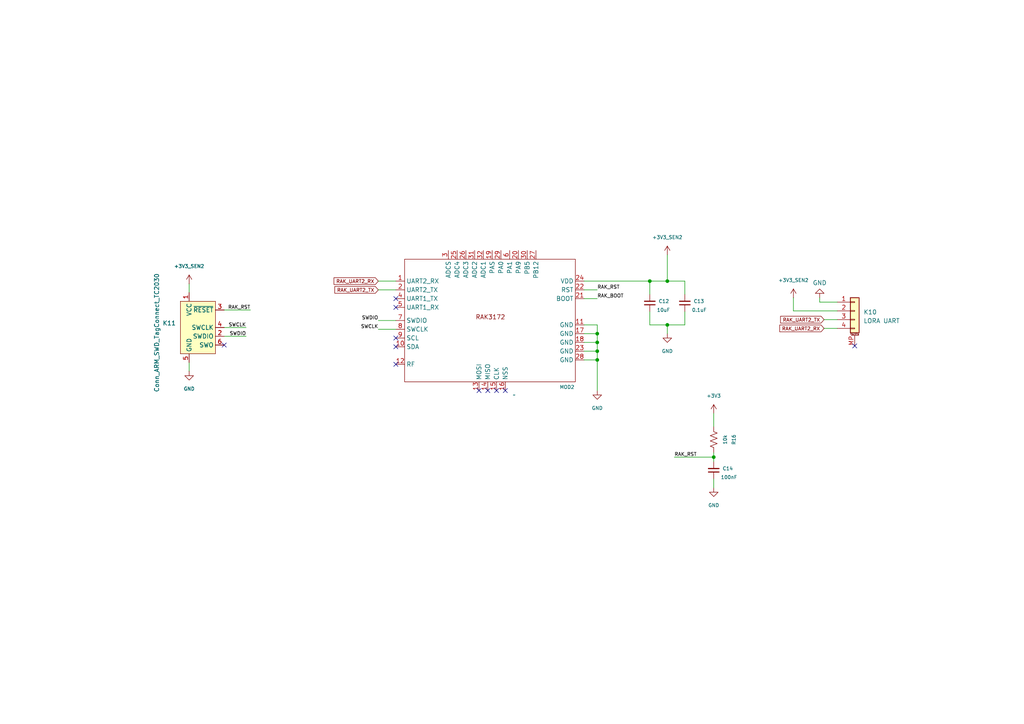
<source format=kicad_sch>
(kicad_sch (version 20250114) (generator "eeschema") (generator_version "9.0")
  (paper "A4")
  (title_block (title "LoRaWAN Sensor Node V2.0") (rev "0.1") (company "Elektor"))
  (lib_symbols
    (symbol "Connector:Conn_ARM_SWD_TagConnect_TC2030" (in_bom no)
      (property "Reference" "J" (at 2.54 11.43 0))
      (property "Value" "Conn_ARM_SWD_TagConnect_TC2030" (at 5.08 8.89 0))
      (symbol "Conn_ARM_SWD_TagConnect_TC2030_0_0"
        (pin power_in line (at -2.54 10.16 270) (length 2.54) (name "VCC") (number "1"))
        (pin power_in line (at -2.54 -10.16 90) (length 2.54) (name "GND") (number "5"))
        (pin open_collector line (at 7.62 5.08 180) (length 2.54) (name "~{RESET}") (number "3"))
        (pin output line (at 7.62 0 180) (length 2.54) (name "SWCLK") (number "4"))
        (pin bidirectional line (at 7.62 -2.54 180) (length 2.54) (name "SWDIO") (number "2"))
        (pin input line (at 7.62 -5.08 180) (length 2.54) (name "SWO") (number "6"))
      )
      (symbol "Conn_ARM_SWD_TagConnect_TC2030_0_1"
        (rectangle (start -5.08 7.62) (end 5.08 -7.62) (fill (type background)))
      )
    )
    (symbol "Connector_Generic_MountingPin:Conn_01x04_MountingPin" (pin_names (offset 1.016) (hide yes))
      (property "Reference" "J" (at 0 5.08 0))
      (property "Value" "Conn_01x04_MountingPin" (at 1.27 -7.62 0))
      (symbol "Conn_01x04_MountingPin_1_1"
        (rectangle (start -1.27 3.81) (end 1.27 -6.35) (stroke (width 0.254)) (fill (type background)))
        (rectangle (start -1.27 2.667) (end 0 2.413) (stroke (width 0.1524)))
        (rectangle (start -1.27 0.127) (end 0 -0.127) (stroke (width 0.1524)))
        (rectangle (start -1.27 -2.413) (end 0 -2.667) (stroke (width 0.1524)))
        (rectangle (start -1.27 -4.953) (end 0 -5.207) (stroke (width 0.1524)))
        (polyline (pts (xy -1.016 -7.112) (xy 1.016 -7.112)) (stroke (width 0.1524)))
        (text "Mounting" (at 0 -6.731 0) (effects (font (size 0.381 0.381))))
        (pin passive line (at -5.08 2.54 0) (length 3.81) (name "Pin_1") (number "1"))
        (pin passive line (at -5.08 0 0) (length 3.81) (name "Pin_2") (number "2"))
        (pin passive line (at -5.08 -2.54 0) (length 3.81) (name "Pin_3") (number "3"))
        (pin passive line (at -5.08 -5.08 0) (length 3.81) (name "Pin_4") (number "4"))
        (pin passive line (at 0 -10.16 90) (length 3.048) (name "MountPin") (number "MP"))
      )
    )
    (symbol "Device:C_Small" (pin_numbers (hide yes)) (pin_names (offset 0.254) (hide yes))
      (property "Reference" "C" (at 0.254 1.778 0))
      (property "Value" "C_Small" (at 0.254 -2.032 0))
      (symbol "C_Small_0_1"
        (polyline (pts (xy -1.524 0.508) (xy 1.524 0.508)) (stroke (width 0.3048)))
        (polyline (pts (xy -1.524 -0.508) (xy 1.524 -0.508)) (stroke (width 0.3302)))
      )
      (symbol "C_Small_1_1"
        (pin passive line (at 0 2.54 270) (length 2.032) (name "~") (number "1"))
        (pin passive line (at 0 -2.54 90) (length 2.032) (name "~") (number "2"))
      )
    )
    (symbol "Device:R_US" (pin_numbers (hide yes)) (pin_names (offset 0))
      (property "Reference" "R" (at 2.54 0 90))
      (property "Value" "R_US" (at -2.54 0 90))
      (symbol "R_US_0_1"
        (polyline (pts (xy 0 2.286) (xy 0 2.54)))
        (polyline (pts (xy 0 2.286) (xy 1.016 1.905) (xy 0 1.524) (xy -1.016 1.143) (xy 0 0.762)))
        (polyline (pts (xy 0 0.762) (xy 1.016 0.381) (xy 0 0) (xy -1.016 -0.381) (xy 0 -0.762)))
        (polyline (pts (xy 0 -0.762) (xy 1.016 -1.143) (xy 0 -1.524) (xy -1.016 -1.905) (xy 0 -2.286)))
        (polyline (pts (xy 0 -2.286) (xy 0 -2.54)))
      )
      (symbol "R_US_1_1"
        (pin passive line (at 0 3.81 270) (length 1.27) (name "~") (number "1"))
        (pin passive line (at 0 -3.81 90) (length 1.27) (name "~") (number "2"))
      )
    )
    (symbol "New_Library:RAK3172"
      (property "Reference" "MOD2" (at 37.338 -18.034 0))
      (property "Value" "~" (at 23.7333 -20.32 0))
      (symbol "RAK3172_0_1"
        (rectangle (start -7.62 19.05) (end 41.91 -16.51))
      )
      (symbol "RAK3172_1_1"
        (text "RAK3172" (at 17.272 2.286 0) (effects (font (size 1.27 1.27))))
        (pin input line (at -10.16 12.7 0) (length 2.54) (name "UART2_RX") (number "1"))
        (pin input line (at -10.16 10.16 0) (length 2.54) (name "UART2_TX") (number "2"))
        (pin input line (at -10.16 7.62 0) (length 2.54) (name "UART1_TX") (number "4"))
        (pin input line (at -10.16 5.08 0) (length 2.54) (name "UART1_RX") (number "5"))
        (pin input line (at -10.16 1.27 0) (length 2.54) (name "SWDIO") (number "7"))
        (pin input line (at -10.16 -1.27 0) (length 2.54) (name "SWCLK") (number "8"))
        (pin input line (at -10.16 -3.81 0) (length 2.54) (name "SCL") (number "9"))
        (pin input line (at -10.16 -6.35 0) (length 2.54) (name "SDA") (number "10"))
        (pin output line (at -10.16 -11.43 0) (length 2.54) (name "RF") (number "12"))
        (pin input line (at 5.08 21.59 270) (length 2.54) (name "ADCS") (number "3"))
        (pin input line (at 7.62 21.59 270) (length 2.54) (name "ADC4") (number "25"))
        (pin input line (at 10.16 21.59 270) (length 2.54) (name "ADC3") (number "26"))
        (pin input line (at 12.7 21.59 270) (length 2.54) (name "ADC2") (number "31"))
        (pin input line (at 13.97 -19.05 90) (length 2.54) (name "MOSI") (number "13"))
        (pin input line (at 15.24 21.59 270) (length 2.54) (name "ADC1") (number "32"))
        (pin input line (at 16.51 -19.05 90) (length 2.54) (name "MISO") (number "14"))
        (pin input line (at 17.78 21.59 270) (length 2.54) (name "PAS") (number "19"))
        (pin input line (at 19.05 -19.05 90) (length 2.54) (name "CLK") (number "15"))
        (pin input line (at 20.32 21.59 270) (length 2.54) (name "PA0") (number "29"))
        (pin input line (at 21.59 -19.05 90) (length 2.54) (name "NSS") (number "16"))
        (pin input line (at 22.86 21.59 270) (length 2.54) (name "PA1") (number "6"))
        (pin input line (at 25.4 21.59 270) (length 2.54) (name "PA9") (number "20"))
        (pin input line (at 27.94 21.59 270) (length 2.54) (name "PB5") (number "30"))
        (pin input line (at 30.48 21.59 270) (length 2.54) (name "PB12") (number "27"))
        (pin power_in line (at 44.45 12.7 180) (length 2.54) (name "VDD") (number "24"))
        (pin input line (at 44.45 10.16 180) (length 2.54) (name "RST") (number "22"))
        (pin input line (at 44.45 7.62 180) (length 2.54) (name "BOOT") (number "21"))
        (pin input line (at 44.45 0 180) (length 2.54) (name "GND") (number "11"))
        (pin input line (at 44.45 -2.54 180) (length 2.54) (name "GND") (number "17"))
        (pin input line (at 44.45 -5.08 180) (length 2.54) (name "GND") (number "18"))
        (pin input line (at 44.45 -7.62 180) (length 2.54) (name "GND") (number "23"))
        (pin input line (at 44.45 -10.16 180) (length 2.54) (name "GND") (number "28"))
      )
    )
    (symbol "power:+3V3" (power) (pin_numbers (hide yes)) (pin_names (offset 0) (hide yes))
      (property "Value" "+3V3" (at 0 3.556 0))
      (symbol "+3V3_0_1"
        (polyline (pts (xy -0.762 1.27) (xy 0 2.54)))
        (polyline (pts (xy 0 2.54) (xy 0.762 1.27)))
        (polyline (pts (xy 0 0) (xy 0 2.54)))
      )
      (symbol "+3V3_1_1"
        (pin power_in line (at 0 0 90) (length 0) (name "~") (number "1"))
      )
    )
    (symbol "power:GND" (power) (pin_numbers (hide yes)) (pin_names (offset 0) (hide yes))
      (property "Value" "GND" (at 0 -3.81 0))
      (symbol "GND_0_1"
        (polyline (pts (xy 0 0) (xy 0 -1.27) (xy 1.27 -1.27) (xy 0 -2.54) (xy -1.27 -1.27) (xy 0 -1.27)))
      )
      (symbol "GND_1_1"
        (pin power_in line (at 0 0 270) (length 0) (name "~") (number "1"))
      )
    )
  )
  (junction (at 173.228 96.774))
  (junction (at 173.228 104.394))
  (junction (at 207.01 132.588))
  (junction (at 193.548 81.534))
  (junction (at 193.548 94.234))
  (junction (at 173.228 101.854))
  (junction (at 173.228 99.314))
  (junction (at 188.468 81.534))
  (no_connect (at 138.938 113.284))
  (no_connect (at 114.808 100.584))
  (no_connect (at 141.478 113.284))
  (no_connect (at 114.808 89.154))
  (no_connect (at 144.018 113.284))
  (no_connect (at 114.808 98.044))
  (no_connect (at 146.558 113.284))
  (no_connect (at 114.808 86.614))
  (no_connect (at 114.808 105.664))
  (no_connect (at 65.024 100.076))
  (no_connect (at 247.904 100.33))
  (wire (pts (xy 230.124 90.17) (xy 242.824 90.17)))
  (wire (pts (xy 109.728 95.504) (xy 114.808 95.504)))
  (wire (pts (xy 198.628 94.234) (xy 198.628 90.424)))
  (wire (pts (xy 169.418 96.774) (xy 173.228 96.774)))
  (wire (pts (xy 188.468 94.234) (xy 193.548 94.234)))
  (wire (pts (xy 207.01 138.938) (xy 207.01 141.478)))
  (wire (pts (xy 169.418 94.234) (xy 173.228 94.234)))
  (wire (pts (xy 207.01 132.588) (xy 207.01 133.858)))
  (wire (pts (xy 71.374 97.536) (xy 65.024 97.536)))
  (wire (pts (xy 54.864 105.156) (xy 54.864 107.696)))
  (wire (pts (xy 188.468 81.534) (xy 188.468 85.344)))
  (wire (pts (xy 237.744 87.63) (xy 242.824 87.63)))
  (wire (pts (xy 239.014 92.71) (xy 242.824 92.71)))
  (wire (pts (xy 54.864 82.296) (xy 54.864 84.836)))
  (wire (pts (xy 188.468 90.424) (xy 188.468 94.234)))
  (wire (pts (xy 173.228 101.854) (xy 173.228 104.394)))
  (wire (pts (xy 193.548 94.234) (xy 198.628 94.234)))
  (wire (pts (xy 169.418 101.854) (xy 173.228 101.854)))
  (wire (pts (xy 239.014 95.25) (xy 242.824 95.25)))
  (wire (pts (xy 65.024 89.916) (xy 72.644 89.916)))
  (wire (pts (xy 230.124 86.36) (xy 230.124 90.17)))
  (wire (pts (xy 173.228 99.314) (xy 173.228 101.854)))
  (wire (pts (xy 173.228 96.774) (xy 173.228 99.314)))
  (wire (pts (xy 169.418 99.314) (xy 173.228 99.314)))
  (wire (pts (xy 109.728 92.964) (xy 114.808 92.964)))
  (wire (pts (xy 65.024 94.996) (xy 71.374 94.996)))
  (wire (pts (xy 173.228 104.394) (xy 173.228 113.284)))
  (wire (pts (xy 169.418 86.614) (xy 173.228 86.614)))
  (wire (pts (xy 195.58 132.588) (xy 207.01 132.588)))
  (wire (pts (xy 207.01 131.318) (xy 207.01 132.588)))
  (wire (pts (xy 193.548 81.534) (xy 198.628 81.534)))
  (wire (pts (xy 188.468 81.534) (xy 193.548 81.534)))
  (wire (pts (xy 193.548 94.234) (xy 193.548 96.774)))
  (wire (pts (xy 193.548 81.534) (xy 193.548 73.914)))
  (wire (pts (xy 207.01 119.888) (xy 207.01 123.698)))
  (wire (pts (xy 109.728 81.534) (xy 114.808 81.534)))
  (wire (pts (xy 109.728 84.074) (xy 114.808 84.074)))
  (wire (pts (xy 169.418 84.074) (xy 173.228 84.074)))
  (wire (pts (xy 169.418 104.394) (xy 173.228 104.394)))
  (wire (pts (xy 173.228 94.234) (xy 173.228 96.774)))
  (wire (pts (xy 237.744 86.36) (xy 237.744 87.63)))
  (wire (pts (xy 169.418 81.534) (xy 188.468 81.534)))
  (wire (pts (xy 198.628 81.534) (xy 198.628 85.344)))
  (label "SWCLK" (at 71.374 94.996 180) (effects (font (size 1 1))))
  (label "SWDIO" (at 71.374 97.536 180) (effects (font (size 1 1))))
  (label "RAK_RST" (at 195.58 132.588 0) (effects (font (size 1 1))))
  (label "RAK_RST" (at 72.644 89.916 180) (effects (font (size 1 1))))
  (label "RAK_BOOT" (at 173.228 86.614 0) (effects (font (size 1 1))))
  (label "RAK_RST" (at 173.228 84.074 0) (effects (font (size 1 1))))
  (label "SWCLK" (at 109.728 95.504 180) (effects (font (size 1 1))))
  (label "SWDIO" (at 109.728 92.964 180) (effects (font (size 1 1))))
  (global_label "RAK_UART2_TX" (shape input) (at 109.728 84.074 180) (effects (font (size 1 1))) (property "Intersheetrefs" "${INTERSHEET_REFS}" (at 96.6635 84.074 0) (effects (font (size 1 1)) (justify right))))
  (global_label "RAK_UART2_TX" (shape input) (at 239.014 92.71 180) (effects (font (size 1 1))) (property "Intersheetrefs" "${INTERSHEET_REFS}" (at 225.7114 92.71 0) (effects (font (size 1 1)) (justify right))))
  (global_label "RAK_UART2_RX" (shape input) (at 109.728 81.534 180) (effects (font (size 1 1))) (property "Intersheetrefs" "${INTERSHEET_REFS}" (at 96.4254 81.534 0) (effects (font (size 1 1)) (justify right))))
  (global_label "RAK_UART2_RX" (shape input) (at 239.014 95.25 180) (effects (font (size 1 1))) (property "Intersheetrefs" "${INTERSHEET_REFS}" (at 225.9495 95.25 0) (effects (font (size 1 1)) (justify right))))
  (symbol (lib_id "Device:R_US") (at 207.01 127.508 180) (unit 1)
    (property "Reference" "R16" (at 212.852 127.508 90) (effects (font (size 1 1))))
    (property "Value" "10k" (at 210.312 127.508 90) (effects (font (size 1 1))))
    (property "Footprint" "Resistor_SMD:R_0603_1608Metric" (effects (hide yes)))
    (property "Manufacturer_Part_Number" "RCS060310K0FKEA" (effects (hide yes)))
    (property "Mouser Part Number" "71-RCS060310K0FKEA" (effects (hide yes)))
  )
  (symbol (lib_id "power:GND") (at 237.744 86.36 180) (unit 1)
    (property "Reference" "#PWR063" (effects (hide yes)))
    (property "Value" "GND" (at 237.744 82.042 0))
  )
  (symbol (lib_id "Connector_Generic_MountingPin:Conn_01x04_MountingPin") (at 247.904 90.17 0) (unit 1)
    (property "Reference" "K10" (at 250.444 90.5255 0) (effects (justify left)))
    (property "Value" "LORA UART" (at 250.444 93.0655 0) (effects (justify left)))
    (property "Footprint" "Connector_JST:JST_PH_S4B-PH-SM4-TB_1x04-1MP_P2.00mm_Horizontal" (effects (hide yes)))
    (property "Description" "Generic connectable mounting pin connector, single row, 01x04, script generated (kicad-library-utils/schlib/autogen/connector/)" (effects (hide yes)))
    (property "Manufacturer_Part_Number" "Connector_JST:JST_PH_S4B-PH-SM4-TB_1x04-1MP_P2.00mm_Horizontal" (effects (hide yes)))
  )
  (symbol (lib_id "power:GND") (at 207.01 141.478 0) (unit 1)
    (property "Reference" "#PWR068" (effects (hide yes)))
    (property "Value" "GND" (at 207.01 146.558 0) (effects (font (size 1 1))))
    (property "Description" "Power symbol creates a global label with name \"GND\" , ground" (effects (hide yes)))
  )
  (symbol (lib_id "power:GND") (at 173.228 113.284 0) (unit 1)
    (property "Reference" "#PWR066" (effects (hide yes)))
    (property "Value" "GND" (at 173.228 118.364 0) (effects (font (size 1 1))))
    (property "Description" "Power symbol creates a global label with name \"GND\" , ground" (effects (hide yes)))
  )
  (symbol (lib_id "New_Library:RAK3172") (at 124.968 94.234 0) (unit 1)
    (property "Reference" "MOD2" (at 162.306 112.268 0) (effects (font (size 1 1)) (justify left)))
    (property "Value" "~" (at 148.7013 114.554 0) (effects (font (size 1 1)) (justify left)))
    (property "Footprint" "RF_Module:RAK3172" (effects (hide yes)))
    (property "Manufacturer_Part_Number" "RAK3172" (effects (hide yes)))
  )
  (symbol (lib_id "Connector:Conn_ARM_SWD_TagConnect_TC2030") (at 57.404 94.996 0) (unit 1) (in_bom no)
    (property "Reference" "K11" (at 51.054 93.7259 0) (effects (justify right)))
    (property "Value" "Conn_ARM_SWD_TagConnect_TC2030" (at 45.466 79.248 90) (effects (justify right)))
    (property "Footprint" "Connector:Tag-Connect_TC2030-IDC-NL_2x03_P1.27mm_Vertical" (effects (hide yes)))
    (property "Datasheet" "https://www.tag-connect.com/wp-content/uploads/bsk-pdf-manager/TC2030-CTX_1.pdf" (effects (hide yes)))
    (property "Description" "Tag-Connect ARM Cortex SWD JTAG connector, 6 pin" (effects (hide yes)))
  )
  (symbol (lib_id "Device:C_Small") (at 188.468 87.884 180) (unit 1)
    (property "Reference" "C12" (at 191.008 87.376 0) (effects (font (size 1 1)) (justify right)))
    (property "Value" "10uF" (at 190.5 89.916 0) (effects (font (size 1 1)) (justify right)))
    (property "Footprint" "Capacitor_SMD:C_0402_1005Metric_Pad0.74x0.62mm_HandSolder" (effects (hide yes)))
    (property "Description" "Unpolarized capacitor, small symbol" (effects (hide yes)))
    (property "Description_1" "MURATA - GRM155R60J475ME47D - CAP, MLCC, X5R, 4.7UF, 6.3V, 0402" (effects (hide yes)))
    (property "Height" "0.7" (effects (hide yes)))
    (property "Mouser Part Number" "81-GRM155R60J475ME7D" (effects (hide yes)))
    (property "Mouser Price/Stock" "https://www.mouser.co.uk/ProductDetail/Murata-Electronics/GRM155R60J475ME47D?qs=OCU2Oztfa2a4ocPC5S3YIg%3D%3D" (effects (hide yes)))
    (property "Manufacturer_Name" "Murata Electronics" (effects (hide yes)))
    (property "Manufacturer_Part_Number" "GRM155R60J475ME47D" (effects (hide yes)))
  )
  (symbol (lib_id "Device:C_Small") (at 198.628 87.884 180) (unit 1)
    (property "Reference" "C13" (at 201.168 87.376 0) (effects (font (size 1 1)) (justify right)))
    (property "Value" "0.1uF" (at 200.66 89.916 0) (effects (font (size 1 1)) (justify right)))
    (property "Footprint" "Capacitor_SMD:C_0402_1005Metric_Pad0.74x0.62mm_HandSolder" (effects (hide yes)))
    (property "Description" "Unpolarized capacitor, small symbol" (effects (hide yes)))
    (property "Description_1" "MURATA - GRM155R60J475ME47D - CAP, MLCC, X5R, 4.7UF, 6.3V, 0402" (effects (hide yes)))
    (property "Height" "0.7" (effects (hide yes)))
    (property "Mouser Part Number" "81-GRM155R60J475ME7D" (effects (hide yes)))
    (property "Mouser Price/Stock" "https://www.mouser.co.uk/ProductDetail/Murata-Electronics/GRM155R60J475ME47D?qs=OCU2Oztfa2a4ocPC5S3YIg%3D%3D" (effects (hide yes)))
    (property "Manufacturer_Name" "Murata Electronics" (effects (hide yes)))
    (property "Manufacturer_Part_Number" "GRM155R60J475ME47D" (effects (hide yes)))
  )
  (symbol (lib_id "power:+3V3") (at 230.124 86.36 0) (unit 1)
    (property "Reference" "#PWR062" (effects (hide yes)))
    (property "Value" "+3V3_SEN2" (at 230.124 81.28 0) (effects (font (size 1 1))))
    (property "Description" "Power symbol creates a global label with name \"+3V3\"" (effects (hide yes)))
  )
  (symbol (lib_id "Device:C_Small") (at 207.01 136.398 180) (unit 1)
    (property "Reference" "C14" (at 209.55 135.89 0) (effects (font (size 1 1)) (justify right)))
    (property "Value" "100nF" (at 209.042 138.43 0) (effects (font (size 1 1)) (justify right)))
    (property "Footprint" "Capacitor_SMD:C_0402_1005Metric_Pad0.74x0.62mm_HandSolder" (effects (hide yes)))
    (property "Description" "Unpolarized capacitor, small symbol" (effects (hide yes)))
    (property "Description_1" "MURATA - GRM155R60J475ME47D - CAP, MLCC, X5R, 4.7UF, 6.3V, 0402" (effects (hide yes)))
    (property "Height" "0.7" (effects (hide yes)))
    (property "Mouser Part Number" "81-GRM155R60J475ME7D" (effects (hide yes)))
    (property "Mouser Price/Stock" "https://www.mouser.co.uk/ProductDetail/Murata-Electronics/GRM155R60J475ME47D?qs=OCU2Oztfa2a4ocPC5S3YIg%3D%3D" (effects (hide yes)))
    (property "Manufacturer_Name" "Murata Electronics" (effects (hide yes)))
    (property "Manufacturer_Part_Number" "GRM155R60J475ME47D" (effects (hide yes)))
  )
  (symbol (lib_id "power:GND") (at 193.548 96.774 0) (unit 1)
    (property "Reference" "#PWR064" (effects (hide yes)))
    (property "Value" "GND" (at 193.548 101.854 0) (effects (font (size 1 1))))
    (property "Description" "Power symbol creates a global label with name \"GND\" , ground" (effects (hide yes)))
  )
  (symbol (lib_id "power:+3V3") (at 193.548 73.914 0) (unit 1)
    (property "Reference" "#PWR060" (effects (hide yes)))
    (property "Value" "+3V3_SEN2" (at 193.548 68.834 0) (effects (font (size 1 1))))
    (property "Description" "Power symbol creates a global label with name \"+3V3\"" (effects (hide yes)))
  )
  (symbol (lib_id "power:+3V3") (at 54.864 82.296 0) (unit 1)
    (property "Reference" "#PWR061" (effects (hide yes)))
    (property "Value" "+3V3_SEN2" (at 54.864 77.216 0) (effects (font (size 1 1))))
    (property "Description" "Power symbol creates a global label with name \"+3V3\"" (effects (hide yes)))
  )
  (symbol (lib_id "power:GND") (at 54.864 107.696 0) (unit 1)
    (property "Reference" "#PWR065" (effects (hide yes)))
    (property "Value" "GND" (at 54.864 112.776 0) (effects (font (size 1 1))))
    (property "Description" "Power symbol creates a global label with name \"GND\" , ground" (effects (hide yes)))
  )
  (symbol (lib_id "power:+3V3") (at 207.01 119.888 0) (unit 1)
    (property "Reference" "#PWR067" (effects (hide yes)))
    (property "Value" "+3V3" (at 207.01 114.808 0) (effects (font (size 1 1))))
    (property "Description" "Power symbol creates a global label with name \"+3V3\"" (effects (hide yes)))
  )
)
</source>
